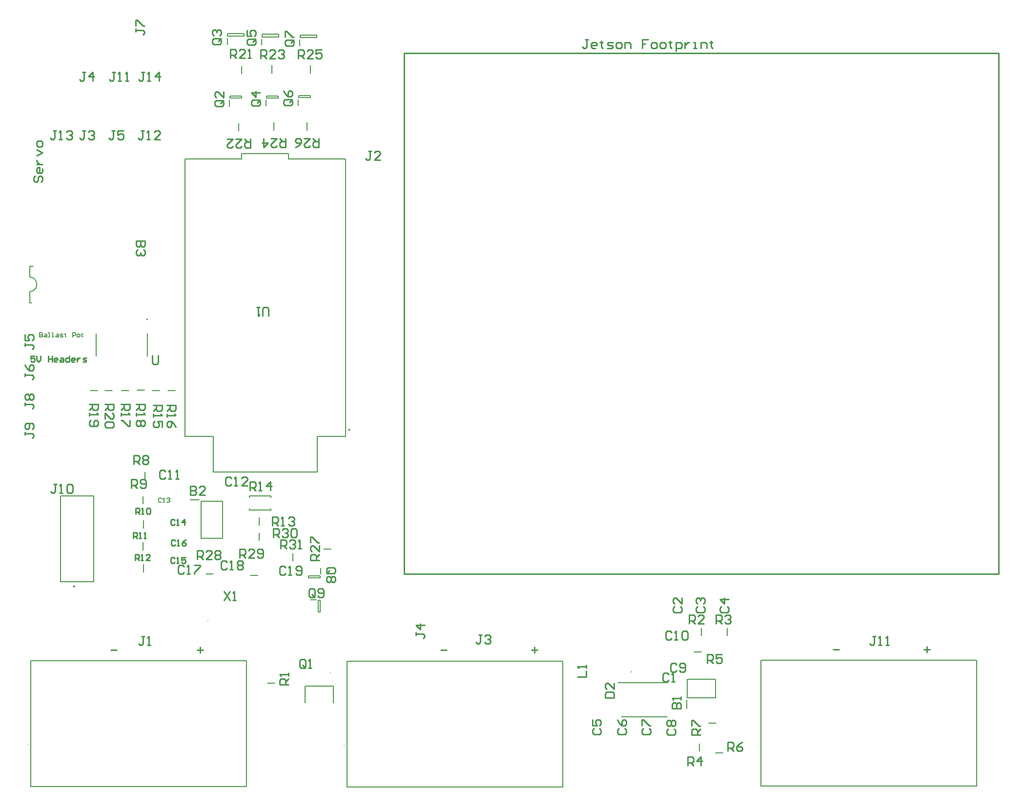
<source format=gto>
G04*
G04 #@! TF.GenerationSoftware,Altium Limited,Altium Designer,22.10.1 (41)*
G04*
G04 Layer_Color=65535*
%FSLAX44Y44*%
%MOMM*%
G71*
G04*
G04 #@! TF.SameCoordinates,AEC8B882-0F2C-4FBA-8872-4E3C41141EBA*
G04*
G04*
G04 #@! TF.FilePolarity,Positive*
G04*
G01*
G75*
%ADD10C,0.2000*%
%ADD11C,0.1000*%
%ADD12C,0.1270*%
%ADD13C,0.2540*%
D10*
X818530Y883990D02*
G03*
X818530Y883990I-1000J0D01*
G01*
X341190Y612190D02*
G03*
X341190Y612190I-1000J0D01*
G01*
X1306830Y463300D02*
G03*
X1306830Y464300I0J500D01*
G01*
D02*
G03*
X1306830Y463300I0J-500D01*
G01*
D02*
G03*
X1306830Y464300I0J500D01*
G01*
X468010Y1075640D02*
G03*
X468010Y1075640I-1000J0D01*
G01*
X1531860Y265220D02*
X1905860D01*
Y484220D01*
X1531860D02*
X1905860D01*
X1531860Y265220D02*
Y484220D01*
X814170Y263480D02*
X1188170D01*
Y482480D01*
X814170D02*
X1188170D01*
X814170Y263480D02*
Y482480D01*
X606530Y1567470D02*
Y1571970D01*
X635530D01*
Y1567470D02*
Y1571970D01*
X606530Y1567470D02*
X635530D01*
X606030Y1553470D02*
Y1563970D01*
X666220Y1566200D02*
Y1570700D01*
X695220D01*
Y1566200D02*
Y1570700D01*
X666220Y1566200D02*
X695220D01*
X665720Y1552200D02*
Y1562700D01*
X732260Y1564930D02*
Y1569430D01*
X761260D01*
Y1564930D02*
Y1569430D01*
X732260Y1564930D02*
X761260D01*
X731760Y1550930D02*
Y1561430D01*
X672880Y1446360D02*
Y1456860D01*
X674380Y1460360D02*
X694380D01*
Y1463860D01*
X674380D02*
X694380D01*
X674380Y1460360D02*
Y1463860D01*
X609530Y1446020D02*
Y1456520D01*
X611030Y1460020D02*
X631030D01*
Y1463520D01*
X611030D02*
X631030D01*
X611030Y1460020D02*
Y1463520D01*
X626270Y1403200D02*
Y1416200D01*
X687070Y1404470D02*
Y1417470D01*
X744380Y1404470D02*
Y1417470D01*
X728910Y1447290D02*
Y1457790D01*
X730410Y1461290D02*
X750410D01*
Y1464790D01*
X730410D02*
X750410D01*
X730410Y1461290D02*
Y1464790D01*
X683260Y1503530D02*
Y1516530D01*
X750410Y1503530D02*
Y1516530D01*
X631350Y1502260D02*
Y1515260D01*
X422760Y952500D02*
X435760D01*
X741310Y410180D02*
Y439300D01*
X790310D01*
Y410180D02*
Y439300D01*
X768420Y633900D02*
Y644400D01*
X746920Y630400D02*
X766920D01*
X746920Y626900D02*
Y630400D01*
Y626900D02*
X766920D01*
Y630400D01*
X750060Y589350D02*
X760560D01*
X764060Y567850D02*
Y587850D01*
Y567850D02*
X767560D01*
Y587850D01*
X764060D02*
X767560D01*
X773280Y676910D02*
X786280D01*
X1283690Y444810D02*
X1369390D01*
X1289990Y385770D02*
X1369390D01*
X1415900Y498000D02*
X1428900D01*
X1404250Y418790D02*
Y450790D01*
X1453250D01*
Y418790D02*
Y450790D01*
X1404250Y418790D02*
X1453250D01*
X1402950Y400040D02*
Y415290D01*
X265530Y264280D02*
Y483280D01*
X639530D01*
Y264280D02*
Y483280D01*
X265530Y264280D02*
X639530D01*
X644440Y768920D02*
X681440D01*
Y744920D02*
Y747420D01*
Y766420D02*
Y768920D01*
X644440Y744920D02*
X681440D01*
X644440D02*
Y747420D01*
Y766420D02*
Y768920D01*
X646280Y631350D02*
X659280D01*
X459740Y755500D02*
Y768500D01*
X463390Y797410D02*
Y810410D01*
X719930Y656440D02*
Y669440D01*
X661670Y692000D02*
Y705000D01*
X560620Y760210D02*
X597620D01*
Y695210D02*
Y760210D01*
X560620Y695210D02*
X597620D01*
X560620D02*
Y760210D01*
X542370Y762710D02*
X557120D01*
X675490Y444500D02*
X688490D01*
X1428910Y526900D02*
Y539900D01*
X1473360Y526900D02*
Y539900D01*
X1424940Y326240D02*
Y339240D01*
X1441300Y374490D02*
X1454300D01*
X1452730Y322740D02*
X1465730D01*
X661510Y718670D02*
Y731670D01*
X460850Y713590D02*
Y726590D01*
X459900Y675490D02*
Y688490D01*
X461170Y637390D02*
Y650390D01*
X568810Y633730D02*
X581810D01*
X502770Y952340D02*
X515770D01*
X476100D02*
X489100D01*
X449430Y952660D02*
X462430D01*
X393550Y952500D02*
X406550D01*
X368150Y952340D02*
X381150D01*
D11*
X1526860Y338220D02*
G03*
X1525860Y338220I-500J0D01*
G01*
D02*
G03*
X1526860Y338220I500J0D01*
G01*
X809170Y336480D02*
G03*
X808170Y336480I-500J0D01*
G01*
D02*
G03*
X809170Y336480I500J0D01*
G01*
X784810Y462180D02*
G03*
X785810Y462180I500J0D01*
G01*
D02*
G03*
X784810Y462180I-500J0D01*
G01*
X571910Y552180D02*
G03*
X572910Y552180I500J0D01*
G01*
D02*
G03*
X571910Y552180I-500J0D01*
G01*
D02*
G03*
X572910Y552180I500J0D01*
G01*
X259530Y337280D02*
G03*
X260530Y337280I500J0D01*
G01*
D02*
G03*
X259530Y337280I-500J0D01*
G01*
D12*
X275590Y1137150D02*
G03*
X263390Y1149350I-12200J0D01*
G01*
Y1123950D02*
G03*
X275590Y1136150I0J12200D01*
G01*
X811330Y872690D02*
Y1354690D01*
X532330Y872690D02*
Y1354690D01*
Y872690D02*
X581830D01*
X761830D02*
X811330D01*
X761830Y810690D02*
Y872690D01*
X581830Y810690D02*
X761830D01*
X581830D02*
Y872690D01*
X712530Y1354690D02*
X811330D01*
X712530D02*
Y1363690D01*
X631230D02*
X712530D01*
X631230Y1354690D02*
Y1363690D01*
X532330Y1354690D02*
X631230D01*
X263390Y1104900D02*
Y1123950D01*
Y1149350D02*
Y1168400D01*
X269240D01*
X263390Y1104900D02*
X266490D01*
X374190Y620190D02*
Y769190D01*
X316690Y620190D02*
X374190D01*
X316690D02*
Y769190D01*
X374190D01*
X378610Y1012590D02*
Y1051590D01*
X467210Y1012590D02*
Y1051590D01*
X280670Y1052828D02*
Y1045210D01*
X284479D01*
X285748Y1046480D01*
Y1047749D01*
X284479Y1049019D01*
X280670D01*
X284479D01*
X285748Y1050288D01*
Y1051558D01*
X284479Y1052828D01*
X280670D01*
X289557Y1050288D02*
X292096D01*
X293366Y1049019D01*
Y1045210D01*
X289557D01*
X288288Y1046480D01*
X289557Y1047749D01*
X293366D01*
X295905Y1045210D02*
X298444D01*
X297175D01*
Y1052828D01*
X295905D01*
X302253Y1045210D02*
X304792D01*
X303523D01*
Y1052828D01*
X302253D01*
X309871Y1050288D02*
X312410D01*
X313679Y1049019D01*
Y1045210D01*
X309871D01*
X308601Y1046480D01*
X309871Y1047749D01*
X313679D01*
X316218Y1045210D02*
X320027D01*
X321297Y1046480D01*
X320027Y1047749D01*
X317488D01*
X316218Y1049019D01*
X317488Y1050288D01*
X321297D01*
X325106Y1051558D02*
Y1050288D01*
X323836D01*
X326375D01*
X325106D01*
Y1046480D01*
X326375Y1045210D01*
X337802D02*
Y1052828D01*
X341610D01*
X342880Y1051558D01*
Y1049019D01*
X341610Y1047749D01*
X337802D01*
X346689Y1045210D02*
X349228D01*
X350497Y1046480D01*
Y1049019D01*
X349228Y1050288D01*
X346689D01*
X345419Y1049019D01*
Y1046480D01*
X346689Y1045210D01*
X354306Y1051558D02*
Y1050288D01*
X353037D01*
X355576D01*
X354306D01*
Y1046480D01*
X355576Y1045210D01*
X492126Y764539D02*
X490857Y765809D01*
X488318D01*
X487048Y764539D01*
Y759461D01*
X488318Y758191D01*
X490857D01*
X492126Y759461D01*
X494666Y758191D02*
X497205D01*
X495935D01*
Y765809D01*
X494666Y764539D01*
X501014D02*
X502283Y765809D01*
X504822D01*
X506092Y764539D01*
Y763270D01*
X504822Y762000D01*
X503553D01*
X504822D01*
X506092Y760730D01*
Y759461D01*
X504822Y758191D01*
X502283D01*
X501014Y759461D01*
D13*
X913130Y633730D02*
Y1537970D01*
X1944370Y633730D02*
Y1537970D01*
X913130D02*
X1944370D01*
X913130Y633730D02*
X1944370D01*
X1657350Y502920D02*
X1667507D01*
X1814830Y502918D02*
X1824987D01*
X1819908Y507997D02*
Y497840D01*
X273054Y1324607D02*
X270515Y1322068D01*
Y1316989D01*
X273054Y1314450D01*
X275593D01*
X278132Y1316989D01*
Y1322068D01*
X280672Y1324607D01*
X283211D01*
X285750Y1322068D01*
Y1316989D01*
X283211Y1314450D01*
X285750Y1337303D02*
Y1332224D01*
X283211Y1329685D01*
X278132D01*
X275593Y1332224D01*
Y1337303D01*
X278132Y1339842D01*
X280672D01*
Y1329685D01*
X275593Y1344920D02*
X285750D01*
X280672D01*
X278132Y1347459D01*
X275593Y1349998D01*
Y1352538D01*
Y1360155D02*
X285750Y1365234D01*
X275593Y1370312D01*
X285750Y1377930D02*
Y1383008D01*
X283211Y1385547D01*
X278132D01*
X275593Y1383008D01*
Y1377930D01*
X278132Y1375390D01*
X283211D01*
X285750Y1377930D01*
X1134110Y501648D02*
X1144267D01*
X1139188Y506727D02*
Y496570D01*
X976630Y501650D02*
X986787D01*
X272094Y1012027D02*
X265430D01*
Y1007028D01*
X268762Y1008695D01*
X270428D01*
X272094Y1007028D01*
Y1003696D01*
X270428Y1002030D01*
X267096D01*
X265430Y1003696D01*
X275427Y1012027D02*
Y1005362D01*
X278759Y1002030D01*
X282091Y1005362D01*
Y1012027D01*
X295420D02*
Y1002030D01*
Y1007028D01*
X302085D01*
Y1012027D01*
Y1002030D01*
X310415D02*
X307083D01*
X305417Y1003696D01*
Y1007028D01*
X307083Y1008695D01*
X310415D01*
X312082Y1007028D01*
Y1005362D01*
X305417D01*
X317080Y1008695D02*
X320412D01*
X322078Y1007028D01*
Y1002030D01*
X317080D01*
X315414Y1003696D01*
X317080Y1005362D01*
X322078D01*
X332075Y1012027D02*
Y1002030D01*
X327077D01*
X325411Y1003696D01*
Y1007028D01*
X327077Y1008695D01*
X332075D01*
X340406Y1002030D02*
X337074D01*
X335407Y1003696D01*
Y1007028D01*
X337074Y1008695D01*
X340406D01*
X342072Y1007028D01*
Y1005362D01*
X335407D01*
X345404Y1008695D02*
Y1002030D01*
Y1005362D01*
X347070Y1007028D01*
X348736Y1008695D01*
X350403D01*
X355401Y1002030D02*
X360399D01*
X362066Y1003696D01*
X360399Y1005362D01*
X357067D01*
X355401Y1007028D01*
X357067Y1008695D01*
X362066D01*
X553720Y501648D02*
X563877D01*
X558798Y506727D02*
Y496570D01*
X403860Y501650D02*
X414017D01*
X677799Y1082072D02*
Y1094768D01*
X675260Y1097307D01*
X670182D01*
X667642Y1094768D01*
Y1082072D01*
X662564Y1097307D02*
X657486D01*
X660025D01*
Y1082072D01*
X662564Y1084611D01*
X462658Y1504818D02*
X457579D01*
X460118D01*
Y1492122D01*
X457579Y1489583D01*
X455040D01*
X452501Y1492122D01*
X467736Y1489583D02*
X472814D01*
X470275D01*
Y1504818D01*
X467736Y1502279D01*
X488050Y1489583D02*
Y1504818D01*
X480432Y1497200D01*
X490589D01*
X461388Y1403218D02*
X456309D01*
X458848D01*
Y1390522D01*
X456309Y1387983D01*
X453770D01*
X451231Y1390522D01*
X466466Y1387983D02*
X471544D01*
X469005D01*
Y1403218D01*
X466466Y1400679D01*
X489319Y1387983D02*
X479162D01*
X489319Y1398140D01*
Y1400679D01*
X486780Y1403218D01*
X481701D01*
X479162Y1400679D01*
X411858Y1504818D02*
X406779D01*
X409319D01*
Y1492122D01*
X406779Y1489583D01*
X404240D01*
X401701Y1492122D01*
X416936Y1489583D02*
X422014D01*
X419475D01*
Y1504818D01*
X416936Y1502279D01*
X429632Y1489583D02*
X434710D01*
X432171D01*
Y1504818D01*
X429632Y1502279D01*
X410588Y1403218D02*
X405509D01*
X408049D01*
Y1390522D01*
X405509Y1387983D01*
X402970D01*
X400431Y1390522D01*
X425823Y1403218D02*
X415666D01*
Y1395600D01*
X420744Y1398140D01*
X423284D01*
X425823Y1395600D01*
Y1390522D01*
X423284Y1387983D01*
X418205D01*
X415666Y1390522D01*
X359788Y1504818D02*
X354709D01*
X357248D01*
Y1492122D01*
X354709Y1489583D01*
X352170D01*
X349631Y1492122D01*
X372484Y1489583D02*
Y1504818D01*
X364866Y1497200D01*
X375023D01*
X359788Y1403218D02*
X354709D01*
X357248D01*
Y1390522D01*
X354709Y1387983D01*
X352170D01*
X349631Y1390522D01*
X364866Y1400679D02*
X367405Y1403218D01*
X372484D01*
X375023Y1400679D01*
Y1398140D01*
X372484Y1395600D01*
X369944D01*
X372484D01*
X375023Y1393061D01*
Y1390522D01*
X372484Y1387983D01*
X367405D01*
X364866Y1390522D01*
X1231933Y1562097D02*
X1226855D01*
X1229394D01*
Y1549401D01*
X1226855Y1546862D01*
X1224316D01*
X1221777Y1549401D01*
X1244629Y1546862D02*
X1239551D01*
X1237012Y1549401D01*
Y1554479D01*
X1239551Y1557018D01*
X1244629D01*
X1247168Y1554479D01*
Y1551940D01*
X1237012D01*
X1254786Y1559557D02*
Y1557018D01*
X1252247D01*
X1257325D01*
X1254786D01*
Y1549401D01*
X1257325Y1546862D01*
X1264943D02*
X1272560D01*
X1275099Y1549401D01*
X1272560Y1551940D01*
X1267482D01*
X1264943Y1554479D01*
X1267482Y1557018D01*
X1275099D01*
X1282717Y1546862D02*
X1287795D01*
X1290334Y1549401D01*
Y1554479D01*
X1287795Y1557018D01*
X1282717D01*
X1280178Y1554479D01*
Y1549401D01*
X1282717Y1546862D01*
X1295413D02*
Y1557018D01*
X1303030D01*
X1305569Y1554479D01*
Y1546862D01*
X1336040Y1562097D02*
X1325883D01*
Y1554479D01*
X1330961D01*
X1325883D01*
Y1546862D01*
X1343657D02*
X1348736D01*
X1351275Y1549401D01*
Y1554479D01*
X1348736Y1557018D01*
X1343657D01*
X1341118Y1554479D01*
Y1549401D01*
X1343657Y1546862D01*
X1358892D02*
X1363971D01*
X1366510Y1549401D01*
Y1554479D01*
X1363971Y1557018D01*
X1358892D01*
X1356353Y1554479D01*
Y1549401D01*
X1358892Y1546862D01*
X1374127Y1559557D02*
Y1557018D01*
X1371588D01*
X1376667D01*
X1374127D01*
Y1549401D01*
X1376667Y1546862D01*
X1384284Y1541783D02*
Y1557018D01*
X1391902D01*
X1394441Y1554479D01*
Y1549401D01*
X1391902Y1546862D01*
X1384284D01*
X1399519Y1557018D02*
Y1546862D01*
Y1551940D01*
X1402058Y1554479D01*
X1404597Y1557018D01*
X1407137D01*
X1414754Y1546862D02*
X1419832D01*
X1417293D01*
Y1557018D01*
X1414754D01*
X1427450Y1546862D02*
Y1557018D01*
X1435068D01*
X1437607Y1554479D01*
Y1546862D01*
X1445224Y1559557D02*
Y1557018D01*
X1442685D01*
X1447763D01*
X1445224D01*
Y1549401D01*
X1447763Y1546862D01*
X308988Y1403218D02*
X303909D01*
X306448D01*
Y1390522D01*
X303909Y1387983D01*
X301370D01*
X298831Y1390522D01*
X314066Y1387983D02*
X319144D01*
X316605D01*
Y1403218D01*
X314066Y1400679D01*
X326762D02*
X329301Y1403218D01*
X334380D01*
X336919Y1400679D01*
Y1398140D01*
X334380Y1395600D01*
X331840D01*
X334380D01*
X336919Y1393061D01*
Y1390522D01*
X334380Y1387983D01*
X329301D01*
X326762Y1390522D01*
X1731012Y525778D02*
X1725934D01*
X1728473D01*
Y513082D01*
X1725934Y510542D01*
X1723394D01*
X1720855Y513082D01*
X1736090Y510542D02*
X1741169D01*
X1738630D01*
Y525778D01*
X1736090Y523238D01*
X1748786Y510542D02*
X1753865D01*
X1751326D01*
Y525778D01*
X1748786Y523238D01*
X255402Y1034158D02*
Y1029079D01*
Y1031618D01*
X268098D01*
X270637Y1029079D01*
Y1026540D01*
X268098Y1024001D01*
X255402Y1049393D02*
Y1039236D01*
X263020D01*
X260480Y1044314D01*
Y1046854D01*
X263020Y1049393D01*
X268098D01*
X270637Y1046854D01*
Y1041775D01*
X268098Y1039236D01*
X933582Y532508D02*
Y527429D01*
Y529968D01*
X946278D01*
X948817Y527429D01*
Y524890D01*
X946278Y522351D01*
X948817Y545204D02*
X933582D01*
X941199Y537586D01*
Y547743D01*
X1047751Y528317D02*
X1042673D01*
X1045212D01*
Y515622D01*
X1042673Y513083D01*
X1040133D01*
X1037594Y515622D01*
X1052829Y525778D02*
X1055368Y528317D01*
X1060447D01*
X1062986Y525778D01*
Y523239D01*
X1060447Y520700D01*
X1057907D01*
X1060447D01*
X1062986Y518161D01*
Y515622D01*
X1060447Y513083D01*
X1055368D01*
X1052829Y515622D01*
X447172Y1580258D02*
Y1575179D01*
Y1577719D01*
X459868D01*
X462407Y1575179D01*
Y1572640D01*
X459868Y1570101D01*
X447172Y1585336D02*
Y1595493D01*
X449711D01*
X459868Y1585336D01*
X462407D01*
X856358Y1367658D02*
X851279D01*
X853819D01*
Y1354962D01*
X851279Y1352423D01*
X848740D01*
X846201Y1354962D01*
X871593Y1352423D02*
X861436D01*
X871593Y1362580D01*
Y1365119D01*
X869054Y1367658D01*
X863975D01*
X861436Y1365119D01*
X758191Y595632D02*
Y605788D01*
X755652Y608327D01*
X750573D01*
X748034Y605788D01*
Y595632D01*
X750573Y593092D01*
X755652D01*
X753112Y598171D02*
X758191Y593092D01*
X755652D02*
X758191Y595632D01*
X763269D02*
X765808Y593092D01*
X770887D01*
X773426Y595632D01*
Y605788D01*
X770887Y608327D01*
X765808D01*
X763269Y605788D01*
Y603249D01*
X765808Y600710D01*
X773426D01*
X780922Y634368D02*
X791079D01*
X793618Y636908D01*
Y641986D01*
X791079Y644525D01*
X780922D01*
X778383Y641986D01*
Y636908D01*
X783461Y639447D02*
X778383Y634368D01*
Y636908D02*
X780922Y634368D01*
X791079Y629290D02*
X793618Y626751D01*
Y621672D01*
X791079Y619133D01*
X788540D01*
X786001Y621672D01*
X783461Y619133D01*
X780922D01*
X778383Y621672D01*
Y626751D01*
X780922Y629290D01*
X783461D01*
X786001Y626751D01*
X788540Y629290D01*
X791079D01*
X786001Y626751D02*
Y621672D01*
X309883Y789938D02*
X304804D01*
X307344D01*
Y777242D01*
X304804Y774703D01*
X302265D01*
X299726Y777242D01*
X314961Y774703D02*
X320040D01*
X317500D01*
Y789938D01*
X314961Y787398D01*
X327657D02*
X330196Y789938D01*
X335275D01*
X337814Y787398D01*
Y777242D01*
X335275Y774703D01*
X330196D01*
X327657Y777242D01*
Y787398D01*
X765807Y657867D02*
X750572D01*
Y665484D01*
X753112Y668023D01*
X758190D01*
X760729Y665484D01*
Y657867D01*
Y662945D02*
X765807Y668023D01*
Y683258D02*
Y673102D01*
X755651Y683258D01*
X753112D01*
X750572Y680719D01*
Y675641D01*
X753112Y673102D01*
X750572Y688337D02*
Y698493D01*
X753112D01*
X763268Y688337D01*
X765807D01*
X1261823Y419104D02*
X1277057D01*
Y426722D01*
X1274518Y429261D01*
X1264362D01*
X1261823Y426722D01*
Y419104D01*
X1277057Y444496D02*
Y434339D01*
X1266901Y444496D01*
X1264362D01*
X1261823Y441957D01*
Y436878D01*
X1264362Y434339D01*
X1213490Y455337D02*
X1228725D01*
Y465494D01*
Y470572D02*
Y475650D01*
Y473111D01*
X1213490D01*
X1216029Y470572D01*
X600713Y603247D02*
X610870Y588013D01*
Y603247D02*
X600713Y588013D01*
X615948D02*
X621027D01*
X618488D01*
Y603247D01*
X615948Y600708D01*
X255402Y880488D02*
Y875409D01*
Y877949D01*
X268098D01*
X270637Y875409D01*
Y872870D01*
X268098Y870331D01*
Y885566D02*
X270637Y888105D01*
Y893184D01*
X268098Y895723D01*
X257941D01*
X255402Y893184D01*
Y888105D01*
X257941Y885566D01*
X260480D01*
X263020Y888105D01*
Y895723D01*
X255402Y931288D02*
Y926209D01*
Y928748D01*
X268098D01*
X270637Y926209D01*
Y923670D01*
X268098Y921131D01*
X257941Y936366D02*
X255402Y938905D01*
Y943984D01*
X257941Y946523D01*
X260480D01*
X263020Y943984D01*
X265559Y946523D01*
X268098D01*
X270637Y943984D01*
Y938905D01*
X268098Y936366D01*
X265559D01*
X263020Y938905D01*
X260480Y936366D01*
X257941D01*
X263020Y938905D02*
Y943984D01*
X255402Y982088D02*
Y977009D01*
Y979548D01*
X268098D01*
X270637Y977009D01*
Y974470D01*
X268098Y971931D01*
X255402Y997323D02*
X257941Y992244D01*
X263020Y987166D01*
X268098D01*
X270637Y989705D01*
Y994784D01*
X268098Y997323D01*
X265559D01*
X263020Y994784D01*
Y987166D01*
X462280Y525778D02*
X457202D01*
X459741D01*
Y513082D01*
X457202Y510542D01*
X454663D01*
X452123Y513082D01*
X467358Y510542D02*
X472437D01*
X469898D01*
Y525778D01*
X467358Y523238D01*
X1378082Y399865D02*
X1393317D01*
Y407482D01*
X1390778Y410022D01*
X1388239D01*
X1385699Y407482D01*
Y399865D01*
Y407482D01*
X1383160Y410022D01*
X1380621D01*
X1378082Y407482D01*
Y399865D01*
X1393317Y415100D02*
Y420178D01*
Y417639D01*
X1378082D01*
X1380621Y415100D01*
X476252Y1013457D02*
Y1000762D01*
X478791Y998223D01*
X483869D01*
X486408Y1000762D01*
Y1013457D01*
X463164Y1211958D02*
X447929D01*
Y1204341D01*
X450468Y1201802D01*
X453007D01*
X455546Y1204341D01*
Y1211958D01*
Y1204341D01*
X458086Y1201802D01*
X460625D01*
X463164Y1204341D01*
Y1211958D01*
X460625Y1196723D02*
X463164Y1194184D01*
Y1189106D01*
X460625Y1186567D01*
X458086D01*
X455546Y1189106D01*
Y1191645D01*
Y1189106D01*
X453007Y1186567D01*
X450468D01*
X447929Y1189106D01*
Y1194184D01*
X450468Y1196723D01*
X698346Y678183D02*
Y693418D01*
X705963D01*
X708503Y690878D01*
Y685800D01*
X705963Y683261D01*
X698346D01*
X703424D02*
X708503Y678183D01*
X713581Y690878D02*
X716120Y693418D01*
X721198D01*
X723738Y690878D01*
Y688339D01*
X721198Y685800D01*
X718659D01*
X721198D01*
X723738Y683261D01*
Y680722D01*
X721198Y678183D01*
X716120D01*
X713581Y680722D01*
X728816Y678183D02*
X733894D01*
X731355D01*
Y693418D01*
X728816Y690878D01*
X685807Y697233D02*
Y712467D01*
X693424D01*
X695963Y709928D01*
Y704850D01*
X693424Y702311D01*
X685807D01*
X690885D02*
X695963Y697233D01*
X701042Y709928D02*
X703581Y712467D01*
X708659D01*
X711198Y709928D01*
Y707389D01*
X708659Y704850D01*
X706120D01*
X708659D01*
X711198Y702311D01*
Y699772D01*
X708659Y697233D01*
X703581D01*
X701042Y699772D01*
X716277Y709928D02*
X718816Y712467D01*
X723894D01*
X726433Y709928D01*
Y699772D01*
X723894Y697233D01*
X718816D01*
X716277Y699772D01*
Y709928D01*
X707393Y645158D02*
X704854Y647698D01*
X699775D01*
X697236Y645158D01*
Y635002D01*
X699775Y632463D01*
X704854D01*
X707393Y635002D01*
X712471Y632463D02*
X717550D01*
X715010D01*
Y647698D01*
X712471Y645158D01*
X725167Y635002D02*
X727706Y632463D01*
X732785D01*
X735324Y635002D01*
Y645158D01*
X732785Y647698D01*
X727706D01*
X725167Y645158D01*
Y642619D01*
X727706Y640080D01*
X735324D01*
X605793Y654048D02*
X603254Y656588D01*
X598175D01*
X595636Y654048D01*
Y643892D01*
X598175Y641352D01*
X603254D01*
X605793Y643892D01*
X610871Y641352D02*
X615950D01*
X613410D01*
Y656588D01*
X610871Y654048D01*
X623567D02*
X626106Y656588D01*
X631185D01*
X633724Y654048D01*
Y651509D01*
X631185Y648970D01*
X633724Y646431D01*
Y643892D01*
X631185Y641352D01*
X626106D01*
X623567Y643892D01*
Y646431D01*
X626106Y648970D01*
X623567Y651509D01*
Y654048D01*
X626106Y648970D02*
X631185D01*
X530863Y646428D02*
X528324Y648968D01*
X523245D01*
X520706Y646428D01*
Y636272D01*
X523245Y633732D01*
X528324D01*
X530863Y636272D01*
X535941Y633732D02*
X541020D01*
X538480D01*
Y648968D01*
X535941Y646428D01*
X548637Y648968D02*
X558794D01*
Y646428D01*
X548637Y636272D01*
Y633732D01*
X516045Y691726D02*
X514352Y693418D01*
X510967D01*
X509274Y691726D01*
Y684954D01*
X510967Y683262D01*
X514352D01*
X516045Y684954D01*
X519431Y683262D02*
X522816D01*
X521124D01*
Y693418D01*
X519431Y691726D01*
X534666Y693418D02*
X531280Y691726D01*
X527895Y688340D01*
Y684954D01*
X529588Y683262D01*
X532973D01*
X534666Y684954D01*
Y686647D01*
X532973Y688340D01*
X527895D01*
X514775Y661246D02*
X513083Y662938D01*
X509697D01*
X508004Y661246D01*
Y654474D01*
X509697Y652782D01*
X513083D01*
X514775Y654474D01*
X518161Y652782D02*
X521546D01*
X519854D01*
Y662938D01*
X518161Y661246D01*
X533396Y662938D02*
X526625D01*
Y657860D01*
X530010Y659553D01*
X531703D01*
X533396Y657860D01*
Y654474D01*
X531703Y652782D01*
X528318D01*
X526625Y654474D01*
X514775Y727286D02*
X513083Y728978D01*
X509697D01*
X508004Y727286D01*
Y720514D01*
X509697Y718822D01*
X513083D01*
X514775Y720514D01*
X518161Y718822D02*
X521546D01*
X519854D01*
Y728978D01*
X518161Y727286D01*
X531703Y718822D02*
Y728978D01*
X526625Y723900D01*
X533396D01*
X613413Y800098D02*
X610874Y802637D01*
X605795D01*
X603256Y800098D01*
Y789942D01*
X605795Y787402D01*
X610874D01*
X613413Y789942D01*
X618491Y787402D02*
X623570D01*
X621030D01*
Y802637D01*
X618491Y800098D01*
X641344Y787402D02*
X631187D01*
X641344Y797559D01*
Y800098D01*
X638805Y802637D01*
X633726D01*
X631187Y800098D01*
X499112Y811528D02*
X496573Y814068D01*
X491494D01*
X488955Y811528D01*
Y801372D01*
X491494Y798832D01*
X496573D01*
X499112Y801372D01*
X504190Y798832D02*
X509269D01*
X506730D01*
Y814068D01*
X504190Y811528D01*
X516886Y798832D02*
X521965D01*
X519426D01*
Y814068D01*
X516886Y811528D01*
X1376683Y532128D02*
X1374144Y534668D01*
X1369065D01*
X1366526Y532128D01*
Y521972D01*
X1369065Y519432D01*
X1374144D01*
X1376683Y521972D01*
X1381761Y519432D02*
X1386840D01*
X1384300D01*
Y534668D01*
X1381761Y532128D01*
X1394457D02*
X1396996Y534668D01*
X1402075D01*
X1404614Y532128D01*
Y521972D01*
X1402075Y519432D01*
X1396996D01*
X1394457Y521972D01*
Y532128D01*
X1385571Y476248D02*
X1383032Y478787D01*
X1377953D01*
X1375414Y476248D01*
Y466092D01*
X1377953Y463553D01*
X1383032D01*
X1385571Y466092D01*
X1390649D02*
X1393188Y463553D01*
X1398267D01*
X1400806Y466092D01*
Y476248D01*
X1398267Y478787D01*
X1393188D01*
X1390649Y476248D01*
Y473709D01*
X1393188Y471170D01*
X1400806D01*
X1370715Y365002D02*
X1368176Y362463D01*
Y357384D01*
X1370715Y354845D01*
X1380872D01*
X1383411Y357384D01*
Y362463D01*
X1380872Y365002D01*
X1370715Y370080D02*
X1368176Y372619D01*
Y377698D01*
X1370715Y380237D01*
X1373254D01*
X1375793Y377698D01*
X1378333Y380237D01*
X1380872D01*
X1383411Y377698D01*
Y372619D01*
X1380872Y370080D01*
X1378333D01*
X1375793Y372619D01*
X1373254Y370080D01*
X1370715D01*
X1375793Y372619D02*
Y377698D01*
X1327535Y365242D02*
X1324996Y362702D01*
Y357624D01*
X1327535Y355085D01*
X1337692D01*
X1340231Y357624D01*
Y362702D01*
X1337692Y365242D01*
X1324996Y370320D02*
Y380477D01*
X1327535D01*
X1337692Y370320D01*
X1340231D01*
X1285625Y365242D02*
X1283086Y362702D01*
Y357624D01*
X1285625Y355085D01*
X1295782D01*
X1298321Y357624D01*
Y362702D01*
X1295782Y365242D01*
X1283086Y380477D02*
X1285625Y375398D01*
X1290703Y370320D01*
X1295782D01*
X1298321Y372859D01*
Y377938D01*
X1295782Y380477D01*
X1293243D01*
X1290703Y377938D01*
Y370320D01*
X1241810Y365622D02*
X1239271Y363083D01*
Y358004D01*
X1241810Y355465D01*
X1251967D01*
X1254506Y358004D01*
Y363083D01*
X1251967Y365622D01*
X1239271Y380857D02*
Y370700D01*
X1246889D01*
X1244349Y375778D01*
Y378318D01*
X1246889Y380857D01*
X1251967D01*
X1254506Y378318D01*
Y373239D01*
X1251967Y370700D01*
X1463425Y577332D02*
X1460886Y574793D01*
Y569714D01*
X1463425Y567175D01*
X1473582D01*
X1476121Y569714D01*
Y574793D01*
X1473582Y577332D01*
X1476121Y590028D02*
X1460886D01*
X1468504Y582410D01*
Y592567D01*
X1421515Y577212D02*
X1418976Y574673D01*
Y569594D01*
X1421515Y567055D01*
X1431672D01*
X1434211Y569594D01*
Y574673D01*
X1431672Y577212D01*
X1421515Y582290D02*
X1418976Y584829D01*
Y589908D01*
X1421515Y592447D01*
X1424054D01*
X1426593Y589908D01*
Y587368D01*
Y589908D01*
X1429133Y592447D01*
X1431672D01*
X1434211Y589908D01*
Y584829D01*
X1431672Y582290D01*
X1382145Y577212D02*
X1379606Y574673D01*
Y569594D01*
X1382145Y567055D01*
X1392302D01*
X1394841Y569594D01*
Y574673D01*
X1392302Y577212D01*
X1394841Y592447D02*
Y582290D01*
X1384684Y592447D01*
X1382145D01*
X1379606Y589908D01*
Y584829D01*
X1382145Y582290D01*
X1371600Y459738D02*
X1369061Y462277D01*
X1363983D01*
X1361443Y459738D01*
Y449582D01*
X1363983Y447043D01*
X1369061D01*
X1371600Y449582D01*
X1376678Y447043D02*
X1381757D01*
X1379218D01*
Y462277D01*
X1376678Y459738D01*
X718948Y1560954D02*
X708791D01*
X706252Y1558414D01*
Y1553336D01*
X708791Y1550797D01*
X718948D01*
X721487Y1553336D01*
Y1558414D01*
X716409Y1555875D02*
X721487Y1560954D01*
Y1558414D02*
X718948Y1560954D01*
X706252Y1566032D02*
Y1576189D01*
X708791D01*
X718948Y1566032D01*
X721487D01*
X716408Y1457322D02*
X706251D01*
X703712Y1454783D01*
Y1449704D01*
X706251Y1447165D01*
X716408D01*
X718947Y1449704D01*
Y1454783D01*
X713869Y1452243D02*
X718947Y1457322D01*
Y1454783D02*
X716408Y1457322D01*
X703712Y1472557D02*
X706251Y1467478D01*
X711329Y1462400D01*
X716408D01*
X718947Y1464939D01*
Y1470018D01*
X716408Y1472557D01*
X713869D01*
X711329Y1470018D01*
Y1462400D01*
X652908Y1562224D02*
X642751D01*
X640212Y1559684D01*
Y1554606D01*
X642751Y1552067D01*
X652908D01*
X655447Y1554606D01*
Y1559684D01*
X650369Y1557145D02*
X655447Y1562224D01*
Y1559684D02*
X652908Y1562224D01*
X640212Y1577459D02*
Y1567302D01*
X647830D01*
X645290Y1572380D01*
Y1574920D01*
X647830Y1577459D01*
X652908D01*
X655447Y1574920D01*
Y1569841D01*
X652908Y1567302D01*
X660378Y1456392D02*
X650221D01*
X647682Y1453853D01*
Y1448774D01*
X650221Y1446235D01*
X660378D01*
X662917Y1448774D01*
Y1453853D01*
X657839Y1451313D02*
X662917Y1456392D01*
Y1453853D02*
X660378Y1456392D01*
X662917Y1469088D02*
X647682D01*
X655300Y1461470D01*
Y1471627D01*
X593218Y1563494D02*
X583061D01*
X580522Y1560954D01*
Y1555876D01*
X583061Y1553337D01*
X593218D01*
X595757Y1555876D01*
Y1560954D01*
X590679Y1558415D02*
X595757Y1563494D01*
Y1560954D02*
X593218Y1563494D01*
X583061Y1568572D02*
X580522Y1571111D01*
Y1576190D01*
X583061Y1578729D01*
X585600D01*
X588139Y1576190D01*
Y1573650D01*
Y1576190D01*
X590679Y1578729D01*
X593218D01*
X595757Y1576190D01*
Y1571111D01*
X593218Y1568572D01*
X597028Y1456052D02*
X586871D01*
X584332Y1453513D01*
Y1448434D01*
X586871Y1445895D01*
X597028D01*
X599567Y1448434D01*
Y1453513D01*
X594489Y1450973D02*
X599567Y1456052D01*
Y1453513D02*
X597028Y1456052D01*
X599567Y1471287D02*
Y1461130D01*
X589410Y1471287D01*
X586871D01*
X584332Y1468748D01*
Y1463669D01*
X586871Y1461130D01*
X741680Y473142D02*
Y483298D01*
X739141Y485838D01*
X734062D01*
X731523Y483298D01*
Y473142D01*
X734062Y470602D01*
X739141D01*
X736602Y475681D02*
X741680Y470602D01*
X739141D02*
X741680Y473142D01*
X746758Y470602D02*
X751837D01*
X749298D01*
Y485838D01*
X746758Y483298D01*
X542163Y786506D02*
Y771271D01*
X549781D01*
X552320Y773810D01*
Y776349D01*
X549781Y778888D01*
X542163D01*
X549781D01*
X552320Y781428D01*
Y783967D01*
X549781Y786506D01*
X542163D01*
X567555Y771271D02*
X557398D01*
X567555Y781428D01*
Y783967D01*
X565016Y786506D01*
X559937D01*
X557398Y783967D01*
X627387Y661673D02*
Y676908D01*
X635004D01*
X637543Y674368D01*
Y669290D01*
X635004Y666751D01*
X627387D01*
X632465D02*
X637543Y661673D01*
X652778D02*
X642622D01*
X652778Y671829D01*
Y674368D01*
X650239Y676908D01*
X645161D01*
X642622Y674368D01*
X657857Y664212D02*
X660396Y661673D01*
X665474D01*
X668013Y664212D01*
Y674368D01*
X665474Y676908D01*
X660396D01*
X657857Y674368D01*
Y671829D01*
X660396Y669290D01*
X668013D01*
X553727Y659133D02*
Y674368D01*
X561344D01*
X563883Y671828D01*
Y666750D01*
X561344Y664211D01*
X553727D01*
X558805D02*
X563883Y659133D01*
X579118D02*
X568962D01*
X579118Y669289D01*
Y671828D01*
X576579Y674368D01*
X571501D01*
X568962Y671828D01*
X584197D02*
X586736Y674368D01*
X591814D01*
X594353Y671828D01*
Y669289D01*
X591814Y666750D01*
X594353Y664211D01*
Y661672D01*
X591814Y659133D01*
X586736D01*
X584197Y661672D01*
Y664211D01*
X586736Y666750D01*
X584197Y669289D01*
Y671828D01*
X586736Y666750D02*
X591814D01*
X764319Y1390269D02*
Y1375034D01*
X756702D01*
X754162Y1377573D01*
Y1382652D01*
X756702Y1385191D01*
X764319D01*
X759241D02*
X754162Y1390269D01*
X738927D02*
X749084D01*
X738927Y1380112D01*
Y1377573D01*
X741466Y1375034D01*
X746545D01*
X749084Y1377573D01*
X723692Y1375034D02*
X728771Y1377573D01*
X733849Y1382652D01*
Y1387730D01*
X731310Y1390269D01*
X726231D01*
X723692Y1387730D01*
Y1385191D01*
X726231Y1382652D01*
X733849D01*
X728987Y1529082D02*
Y1544317D01*
X736604D01*
X739143Y1541778D01*
Y1536700D01*
X736604Y1534161D01*
X728987D01*
X734065D02*
X739143Y1529082D01*
X754378D02*
X744222D01*
X754378Y1539239D01*
Y1541778D01*
X751839Y1544317D01*
X746761D01*
X744222Y1541778D01*
X769613Y1544317D02*
X759457D01*
Y1536700D01*
X764535Y1539239D01*
X767074D01*
X769613Y1536700D01*
Y1531622D01*
X767074Y1529082D01*
X761996D01*
X759457Y1531622D01*
X707009Y1390269D02*
Y1375034D01*
X699391D01*
X696852Y1377573D01*
Y1382652D01*
X699391Y1385191D01*
X707009D01*
X701931D02*
X696852Y1390269D01*
X681617D02*
X691774D01*
X681617Y1380112D01*
Y1377573D01*
X684156Y1375034D01*
X689235D01*
X691774Y1377573D01*
X668921Y1390269D02*
Y1375034D01*
X676539Y1382652D01*
X666382D01*
X664217Y1529082D02*
Y1544317D01*
X671834D01*
X674373Y1541778D01*
Y1536700D01*
X671834Y1534161D01*
X664217D01*
X669295D02*
X674373Y1529082D01*
X689608D02*
X679452D01*
X689608Y1539239D01*
Y1541778D01*
X687069Y1544317D01*
X681991D01*
X679452Y1541778D01*
X694687D02*
X697226Y1544317D01*
X702304D01*
X704843Y1541778D01*
Y1539239D01*
X702304Y1536700D01*
X699765D01*
X702304D01*
X704843Y1534161D01*
Y1531622D01*
X702304Y1529082D01*
X697226D01*
X694687Y1531622D01*
X646209Y1388999D02*
Y1373764D01*
X638591D01*
X636052Y1376303D01*
Y1381382D01*
X638591Y1383921D01*
X646209D01*
X641131D02*
X636052Y1388999D01*
X620817D02*
X630974D01*
X620817Y1378842D01*
Y1376303D01*
X623356Y1373764D01*
X628435D01*
X630974Y1376303D01*
X605582Y1388999D02*
X615739D01*
X605582Y1378842D01*
Y1376303D01*
X608121Y1373764D01*
X613200D01*
X615739Y1376303D01*
X611411Y1529461D02*
Y1544696D01*
X619029D01*
X621568Y1542157D01*
Y1537079D01*
X619029Y1534539D01*
X611411D01*
X616489D02*
X621568Y1529461D01*
X636803D02*
X626646D01*
X636803Y1539618D01*
Y1542157D01*
X634264Y1544696D01*
X629185D01*
X626646Y1542157D01*
X641881Y1529461D02*
X646960D01*
X644420D01*
Y1544696D01*
X641881Y1542157D01*
X393703Y928363D02*
X408937D01*
Y920746D01*
X406398Y918207D01*
X401320D01*
X398781Y920746D01*
Y928363D01*
Y923285D02*
X393703Y918207D01*
Y902972D02*
Y913128D01*
X403859Y902972D01*
X406398D01*
X408937Y905511D01*
Y910589D01*
X406398Y913128D01*
Y897893D02*
X408937Y895354D01*
Y890276D01*
X406398Y887737D01*
X396242D01*
X393703Y890276D01*
Y895354D01*
X396242Y897893D01*
X406398D01*
X367033Y928364D02*
X382267D01*
Y920746D01*
X379728Y918207D01*
X374650D01*
X372111Y920746D01*
Y928364D01*
Y923286D02*
X367033Y918207D01*
Y913129D02*
Y908050D01*
Y910590D01*
X382267D01*
X379728Y913129D01*
X369572Y900433D02*
X367033Y897894D01*
Y892815D01*
X369572Y890276D01*
X379728D01*
X382267Y892815D01*
Y897894D01*
X379728Y900433D01*
X377189D01*
X374650Y897894D01*
Y890276D01*
X448312Y928684D02*
X463548D01*
Y921066D01*
X461008Y918527D01*
X455930D01*
X453391Y921066D01*
Y928684D01*
Y923605D02*
X448312Y918527D01*
Y913449D02*
Y908370D01*
Y910910D01*
X463548D01*
X461008Y913449D01*
Y900753D02*
X463548Y898214D01*
Y893135D01*
X461008Y890596D01*
X458469D01*
X455930Y893135D01*
X453391Y890596D01*
X450852D01*
X448312Y893135D01*
Y898214D01*
X450852Y900753D01*
X453391D01*
X455930Y898214D01*
X458469Y900753D01*
X461008D01*
X455930Y898214D02*
Y893135D01*
X421642Y928364D02*
X436878D01*
Y920746D01*
X434338Y918207D01*
X429260D01*
X426721Y920746D01*
Y928364D01*
Y923286D02*
X421642Y918207D01*
Y913129D02*
Y908050D01*
Y910590D01*
X436878D01*
X434338Y913129D01*
X436878Y900433D02*
Y890276D01*
X434338D01*
X424182Y900433D01*
X421642D01*
X501652Y927094D02*
X516888D01*
Y919476D01*
X514348Y916937D01*
X509270D01*
X506731Y919476D01*
Y927094D01*
Y922016D02*
X501652Y916937D01*
Y911859D02*
Y906780D01*
Y909320D01*
X516888D01*
X514348Y911859D01*
X516888Y889006D02*
X514348Y894084D01*
X509270Y899163D01*
X504192D01*
X501652Y896624D01*
Y891545D01*
X504192Y889006D01*
X506731D01*
X509270Y891545D01*
Y899163D01*
X477523Y926774D02*
X492758D01*
Y919156D01*
X490218Y916617D01*
X485140D01*
X482601Y919156D01*
Y926774D01*
Y921695D02*
X477523Y916617D01*
Y911539D02*
Y906460D01*
Y909000D01*
X492758D01*
X490218Y911539D01*
X492758Y888686D02*
Y898843D01*
X485140D01*
X487679Y893764D01*
Y891225D01*
X485140Y888686D01*
X480062D01*
X477523Y891225D01*
Y896304D01*
X480062Y898843D01*
X684536Y717552D02*
Y732787D01*
X692154D01*
X694693Y730248D01*
Y725170D01*
X692154Y722631D01*
X684536D01*
X689614D02*
X694693Y717552D01*
X699771D02*
X704850D01*
X702310D01*
Y732787D01*
X699771Y730248D01*
X712467D02*
X715006Y732787D01*
X720085D01*
X722624Y730248D01*
Y727709D01*
X720085Y725170D01*
X717545D01*
X720085D01*
X722624Y722631D01*
Y720092D01*
X720085Y717552D01*
X715006D01*
X712467Y720092D01*
X446094Y657862D02*
Y668018D01*
X451172D01*
X452865Y666326D01*
Y662940D01*
X451172Y661247D01*
X446094D01*
X449480D02*
X452865Y657862D01*
X456251D02*
X459636D01*
X457944D01*
Y668018D01*
X456251Y666326D01*
X471486Y657862D02*
X464715D01*
X471486Y664633D01*
Y666326D01*
X469793Y668018D01*
X466408D01*
X464715Y666326D01*
X442707Y695962D02*
Y706118D01*
X447785D01*
X449478Y704426D01*
Y701040D01*
X447785Y699347D01*
X442707D01*
X446092D02*
X449478Y695962D01*
X452864D02*
X456249D01*
X454556D01*
Y706118D01*
X452864Y704426D01*
X461328Y695962D02*
X464713D01*
X463020D01*
Y706118D01*
X461328Y704426D01*
X446884Y737872D02*
Y748028D01*
X451963D01*
X453655Y746336D01*
Y742950D01*
X451963Y741257D01*
X446884D01*
X450270D02*
X453655Y737872D01*
X457041D02*
X460426D01*
X458734D01*
Y748028D01*
X457041Y746336D01*
X465505D02*
X467198Y748028D01*
X470583D01*
X472276Y746336D01*
Y739564D01*
X470583Y737872D01*
X467198D01*
X465505Y739564D01*
Y746336D01*
X439801Y782701D02*
Y797936D01*
X447419D01*
X449958Y795397D01*
Y790319D01*
X447419Y787779D01*
X439801D01*
X444879D02*
X449958Y782701D01*
X455036Y785240D02*
X457575Y782701D01*
X462654D01*
X465193Y785240D01*
Y795397D01*
X462654Y797936D01*
X457575D01*
X455036Y795397D01*
Y792858D01*
X457575Y790319D01*
X465193D01*
X443451Y824611D02*
Y839846D01*
X451068D01*
X453608Y837307D01*
Y832228D01*
X451068Y829689D01*
X443451D01*
X448529D02*
X453608Y824611D01*
X458686Y837307D02*
X461225Y839846D01*
X466304D01*
X468843Y837307D01*
Y834768D01*
X466304Y832228D01*
X468843Y829689D01*
Y827150D01*
X466304Y824611D01*
X461225D01*
X458686Y827150D01*
Y829689D01*
X461225Y832228D01*
X458686Y834768D01*
Y837307D01*
X461225Y832228D02*
X466304D01*
X1427099Y354551D02*
X1411864D01*
Y362169D01*
X1414403Y364708D01*
X1419481D01*
X1422021Y362169D01*
Y354551D01*
Y359629D02*
X1427099Y364708D01*
X1411864Y369786D02*
Y379943D01*
X1414403D01*
X1424560Y369786D01*
X1427099D01*
X1474474Y326393D02*
Y341628D01*
X1482092D01*
X1484631Y339088D01*
Y334010D01*
X1482092Y331471D01*
X1474474D01*
X1479552D02*
X1484631Y326393D01*
X1499866Y341628D02*
X1494787Y339088D01*
X1489709Y334010D01*
Y328932D01*
X1492248Y326393D01*
X1497327D01*
X1499866Y328932D01*
Y331471D01*
X1497327Y334010D01*
X1489709D01*
X1438914Y478792D02*
Y494027D01*
X1446532D01*
X1449071Y491488D01*
Y486410D01*
X1446532Y483871D01*
X1438914D01*
X1443992D02*
X1449071Y478792D01*
X1464306Y494027D02*
X1454149D01*
Y486410D01*
X1459227Y488949D01*
X1461767D01*
X1464306Y486410D01*
Y481332D01*
X1461767Y478792D01*
X1456688D01*
X1454149Y481332D01*
X1404624Y300993D02*
Y316227D01*
X1412242D01*
X1414781Y313688D01*
Y308610D01*
X1412242Y306071D01*
X1404624D01*
X1409702D02*
X1414781Y300993D01*
X1427477D02*
Y316227D01*
X1419859Y308610D01*
X1430016D01*
X1454154Y547373D02*
Y562607D01*
X1461772D01*
X1464311Y560068D01*
Y554990D01*
X1461772Y552451D01*
X1454154D01*
X1459232D02*
X1464311Y547373D01*
X1469389Y560068D02*
X1471928Y562607D01*
X1477007D01*
X1479546Y560068D01*
Y557529D01*
X1477007Y554990D01*
X1474467D01*
X1477007D01*
X1479546Y552451D01*
Y549912D01*
X1477007Y547373D01*
X1471928D01*
X1469389Y549912D01*
X1407164Y547373D02*
Y562607D01*
X1414782D01*
X1417321Y560068D01*
Y554990D01*
X1414782Y552451D01*
X1407164D01*
X1412242D02*
X1417321Y547373D01*
X1432556D02*
X1422399D01*
X1432556Y557529D01*
Y560068D01*
X1430017Y562607D01*
X1424938D01*
X1422399Y560068D01*
X712467Y441803D02*
X697232D01*
Y449421D01*
X699772Y451960D01*
X704850D01*
X707389Y449421D01*
Y441803D01*
Y446882D02*
X712467Y451960D01*
Y457038D02*
Y462117D01*
Y459577D01*
X697232D01*
X699772Y457038D01*
X645033Y778637D02*
Y793872D01*
X652651D01*
X655190Y791333D01*
Y786255D01*
X652651Y783715D01*
X645033D01*
X650111D02*
X655190Y778637D01*
X660268D02*
X665346D01*
X662807D01*
Y793872D01*
X660268Y791333D01*
X680582Y778637D02*
Y793872D01*
X672964Y786255D01*
X683121D01*
M02*

</source>
